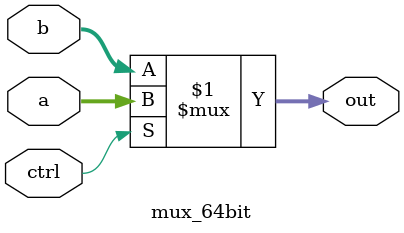
<source format=v>
module mux_64bit(a, b, ctrl, out);

	input [63:0] a, b;
	input ctrl;
	output [63:0] out;
	
	// If ctrl = 1 -> a
	// If ctrl = 0 -> b
	assign out = (ctrl) ? (a) : (b);

endmodule

</source>
